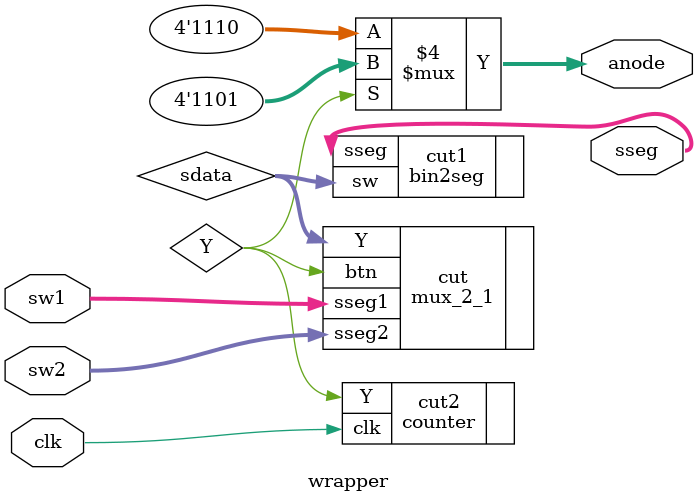
<source format=v>
`timescale 1ns / 1ps


module wrapper(
    input clk,
    input [3:0] sw1,
    input [3:0] sw2,
    output [6:0] sseg,
    output reg [3:0] anode
    );
    
    wire [3:0] sdata;
    wire Y;
    
    counter cut2(.clk(clk), .Y(Y));
    
    
    mux_2_1 cut(.sseg1(sw1), .sseg2(sw2), .btn(Y), .Y(sdata));
    
    bin2seg cut1(.sw(sdata),.sseg(sseg));
    
    always @(Y) begin
        if (Y == 0) 
            anode = 4'b1110;
        else 
            anode = 4'b1101;
     end
    
endmodule
</source>
